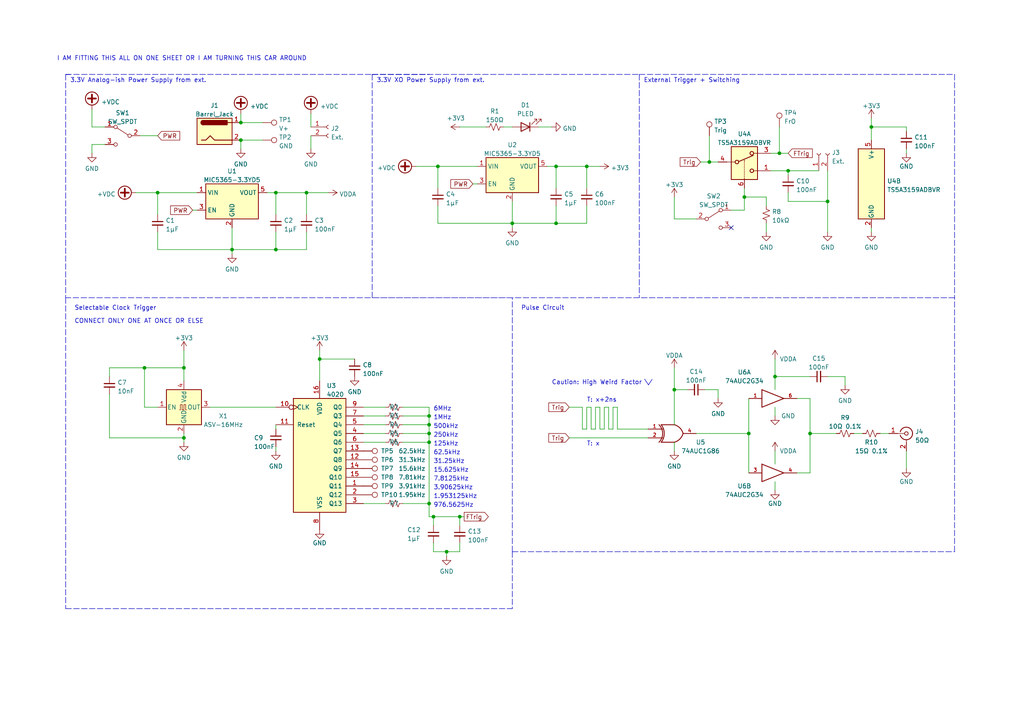
<source format=kicad_sch>
(kicad_sch (version 20211123) (generator eeschema)
  (paper "A4")
  (title_block (title "Peregrine - Fast Pulse Generator") (date "2022-05-29") (rev "3") (company "QuarterWave Engineering") (comment 1 "Days since last bite: 5") (comment 3 "(I don't bite. Usually. Don't be afraid to reach out.)") (comment 4 "[Designed with <3 in San Diego - Licensed under MIT License]"))
  (lib_symbols
    (symbol "4xxx:4020" (pin_names (offset 1.016))
      (property "Reference" "U" (at -7.62 16.51 0))
      (property "Value" "4020" (at -7.62 -19.05 0))
      (symbol "4020_1_0"
        (pin output line (at 12.7 -10.16 180) (length 5.08) (name "Q11") (number "1"))
        (pin input inverted_clock (at -12.7 12.7 0) (length 5.08) (name "CLK") (number "10"))
        (pin input line (at -12.7 7.62 0) (length 5.08) (name "Reset") (number "11"))
        (pin output line (at 12.7 -2.54 180) (length 5.08) (name "Q8") (number "12"))
        (pin output line (at 12.7 0 180) (length 5.08) (name "Q7") (number "13"))
        (pin output line (at 12.7 -5.08 180) (length 5.08) (name "Q9") (number "14"))
        (pin output line (at 12.7 -7.62 180) (length 5.08) (name "Q10") (number "15"))
        (pin power_in line (at 0 20.32 270) (length 5.08) (name "VDD") (number "16"))
        (pin output line (at 12.7 -12.7 180) (length 5.08) (name "Q12") (number "2"))
        (pin output line (at 12.7 -15.24 180) (length 5.08) (name "Q13") (number "3"))
        (pin output line (at 12.7 5.08 180) (length 5.08) (name "Q5") (number "4"))
        (pin output line (at 12.7 7.62 180) (length 5.08) (name "Q4") (number "5"))
        (pin output line (at 12.7 2.54 180) (length 5.08) (name "Q6") (number "6"))
        (pin output line (at 12.7 10.16 180) (length 5.08) (name "Q3") (number "7"))
        (pin power_in line (at 0 -22.86 90) (length 5.08) (name "VSS") (number "8"))
        (pin output line (at 12.7 12.7 180) (length 5.08) (name "Q0") (number "9"))
      )
      (symbol "4020_1_1"
        (rectangle (start -7.62 15.24) (end 7.62 -17.78) (stroke (width 0.254)) (fill (type background)))
      )
    )
    (symbol "74xGxx:74AUC1G86" (pin_names (offset 1.016))
      (property "Reference" "U" (at -2.54 3.81 0))
      (property "Value" "74AUC1G86" (at 0 -3.81 0))
      (symbol "74AUC1G86_0_1"
        (arc (start -4.445 -2.54) (mid -3.3929 0) (end -4.445 2.54) (stroke (width 0.254)))
        (arc (start -3.81 -2.54) (mid -2.919 0) (end -3.81 2.54) (stroke (width 0.254)))
        (arc (start 0 -2.54) (mid 1.601 -1.601) (end 2.54 0) (stroke (width 0.254)))
        (polyline (pts (xy -3.81 -1.27) (xy -3.175 -1.27)))
        (polyline (pts (xy -3.81 1.27) (xy -3.175 1.27)))
        (polyline (pts (xy 0 -2.54) (xy -3.81 -2.54)) (stroke (width 0.254)) (fill (type background)))
        (polyline (pts (xy 0 2.54) (xy -3.81 2.54)) (stroke (width 0.254)) (fill (type background)))
        (arc (start 2.54 0) (mid 1.6136 1.6136) (end 0 2.54) (stroke (width 0.254)))
      )
      (symbol "74AUC1G86_1_1"
        (pin input line (at -7.62 1.27 0) (length 3.81) (name "~") (number "1"))
        (pin input line (at -7.62 -1.27 0) (length 3.81) (name "~") (number "2"))
        (pin power_in line (at 0 -2.54 270) (length 0) hide (name "GND") (number "3"))
        (pin output line (at 6.35 0 180) (length 3.81) (name "~") (number "4"))
        (pin power_in line (at 0 2.54 90) (length 0) hide (name "VCC") (number "5"))
      )
    )
    (symbol "74xGxx:74AUC2G34" (pin_names (offset 1.016))
      (property "Reference" "U" (at -2.54 3.81 0))
      (property "Value" "74AUC2G34" (at 0 -3.81 0))
      (symbol "74AUC2G34_0_1"
        (polyline (pts (xy -3.81 2.54) (xy -3.81 -2.54) (xy 2.54 0) (xy -3.81 2.54)) (stroke (width 0.254)))
        (pin power_in line (at 0 -2.54 270) (length 0) hide (name "GND") (number "2"))
        (pin power_in line (at 0 2.54 90) (length 0) hide (name "VCC") (number "5"))
      )
      (symbol "74AUC2G34_1_1"
        (pin input line (at -7.62 0 0) (length 3.81) (name "~") (number "1"))
        (pin output line (at 6.35 0 180) (length 3.81) (name "~") (number "6"))
      )
      (symbol "74AUC2G34_2_1"
        (pin input line (at -7.62 0 0) (length 3.81) (name "~") (number "3"))
        (pin output line (at 6.35 0 180) (length 3.81) (name "~") (number "4"))
      )
    )
    (symbol "Analog_Switch:TS5A3159ADBVR" (pin_names (offset 0.127))
      (property "Reference" "U" (at -3.175 4.699 0))
      (property "Value" "TS5A3159ADBVR" (at -3.175 2.921 0))
      (symbol "TS5A3159ADBVR_1_1"
        (rectangle (start -3.81 1.905) (end 3.81 -7.62) (stroke (width 0.254)) (fill (type background)))
        (circle (center -2.159 -2.54) (radius 0.508) (stroke (width 0.254)))
        (polyline (pts (xy -5.08 -2.54) (xy -2.794 -2.54)))
        (polyline (pts (xy -1.651 -2.413) (xy 2.54 -0.635)) (stroke (width 0.254)))
        (polyline (pts (xy 0 -7.62) (xy 0 -7.112)))
        (polyline (pts (xy 0 -6.858) (xy 0 -6.604)))
        (polyline (pts (xy 0 -6.35) (xy 0 -6.096)))
        (polyline (pts (xy 0 -5.842) (xy 0 -5.588)))
        (polyline (pts (xy 0 -5.334) (xy 0 -5.08)))
        (polyline (pts (xy 0 -4.826) (xy 0 -4.572)))
        (polyline (pts (xy 0 -4.318) (xy 0 -4.064)))
        (polyline (pts (xy 0 -3.81) (xy 0 -3.556)))
        (polyline (pts (xy 0 -3.302) (xy 0 -3.048)))
        (polyline (pts (xy 0 -2.794) (xy 0 -2.54)))
        (polyline (pts (xy 0 -2.286) (xy 0 -2.032)))
        (polyline (pts (xy 0 -2.286) (xy 0 -2.032)))
        (polyline (pts (xy 5.08 -5.08) (xy 2.794 -5.08)))
        (polyline (pts (xy 5.08 0) (xy 2.794 0)))
        (circle (center 2.159 -5.08) (radius 0.508) (stroke (width 0.254)))
        (circle (center 2.159 0) (radius 0.508) (stroke (width 0.254)))
        (pin passive line (at 7.62 -5.08 180) (length 2.54) (name "~") (number "1"))
        (pin passive line (at 7.62 0 180) (length 2.54) (name "~") (number "3"))
        (pin passive line (at -7.62 -2.54 0) (length 2.54) (name "~") (number "4"))
        (pin input line (at 0 -10.16 90) (length 2.54) (name "~") (number "6"))
      )
      (symbol "TS5A3159ADBVR_2_0"
        (pin power_in line (at 0 -12.7 90) (length 2.54) (name "GND") (number "2"))
        (pin power_in line (at 0 12.7 270) (length 2.54) (name "V+") (number "5"))
      )
      (symbol "TS5A3159ADBVR_2_1"
        (rectangle (start -3.81 10.16) (end 3.81 -10.16) (stroke (width 0.254)) (fill (type background)))
      )
    )
    (symbol "Connector:Barrel_Jack" (pin_names (offset 1.016))
      (property "Reference" "J" (at 0 5.334 0))
      (property "Value" "Barrel_Jack" (at 0 -5.08 0))
      (symbol "Barrel_Jack_0_1"
        (rectangle (start -5.08 3.81) (end 5.08 -3.81) (stroke (width 0.254)) (fill (type background)))
        (arc (start -3.302 3.175) (mid -3.937 2.54) (end -3.302 1.905) (stroke (width 0.254)))
        (arc (start -3.302 3.175) (mid -3.937 2.54) (end -3.302 1.905) (stroke (width 0.254)) (fill (type outline)))
        (polyline (pts (xy 5.08 2.54) (xy 3.81 2.54)) (stroke (width 0.254)))
        (polyline (pts (xy -3.81 -2.54) (xy -2.54 -2.54) (xy -1.27 -1.27) (xy 0 -2.54) (xy 2.54 -2.54) (xy 5.08 -2.54)) (stroke (width 0.254)))
        (rectangle (start 3.683 3.175) (end -3.302 1.905) (stroke (width 0.254)) (fill (type outline)))
      )
      (symbol "Barrel_Jack_1_1"
        (pin passive line (at 7.62 2.54 180) (length 2.54) (name "~") (number "1"))
        (pin passive line (at 7.62 -2.54 180) (length 2.54) (name "~") (number "2"))
      )
    )
    (symbol "Connector:Conn_01x02_Female" (pin_names (offset 1.016) hide)
      (property "Reference" "J" (at 0 2.54 0))
      (property "Value" "Conn_01x02_Female" (at 0 -5.08 0))
      (symbol "Conn_01x02_Female_1_1"
        (arc (start 0 -2.032) (mid -0.508 -2.54) (end 0 -3.048) (stroke (width 0.1524)))
        (polyline (pts (xy -1.27 -2.54) (xy -0.508 -2.54)) (stroke (width 0.1524)))
        (polyline (pts (xy -1.27 0) (xy -0.508 0)) (stroke (width 0.1524)))
        (arc (start 0 0.508) (mid -0.508 0) (end 0 -0.508) (stroke (width 0.1524)))
        (pin passive line (at -5.08 0 0) (length 3.81) (name "Pin_1") (number "1"))
        (pin passive line (at -5.08 -2.54 0) (length 3.81) (name "Pin_2") (number "2"))
      )
    )
    (symbol "Connector:Conn_Coaxial" (pin_names (offset 1.016) hide)
      (property "Reference" "J" (at 0.254 3.048 0))
      (property "Value" "Conn_Coaxial" (at 2.921 0 90))
      (symbol "Conn_Coaxial_0_1"
        (arc (start -1.778 -0.508) (mid 0.222 -1.808) (end 1.778 0) (stroke (width 0.254)))
        (polyline (pts (xy -2.54 0) (xy -0.508 0)))
        (polyline (pts (xy 0 -2.54) (xy 0 -1.778)))
        (circle (center 0 0) (radius 0.508) (stroke (width 0.2032)))
        (arc (start 1.778 0) (mid 0.222 1.8083) (end -1.778 0.508) (stroke (width 0.254)))
      )
      (symbol "Conn_Coaxial_1_1"
        (pin passive line (at -5.08 0 0) (length 2.54) (name "In") (number "1"))
        (pin passive line (at 0 -5.08 90) (length 2.54) (name "Ext") (number "2"))
      )
    )
    (symbol "Connector:TestPoint" (pin_numbers hide) (pin_names (offset 0.762) hide)
      (property "Reference" "TP" (at 0 6.858 0))
      (property "Value" "TestPoint" (at 0 5.08 0))
      (symbol "TestPoint_0_1"
        (circle (center 0 3.302) (radius 0.762))
      )
      (symbol "TestPoint_1_1"
        (pin passive line (at 0 0 90) (length 2.54) (name "1") (number "1"))
      )
    )
    (symbol "Device:C_Small" (pin_numbers hide) (pin_names (offset 0.254) hide)
      (property "Reference" "C" (at 0.254 1.778 0))
      (property "Value" "C_Small" (at 0.254 -2.032 0))
      (symbol "C_Small_0_1"
        (polyline (pts (xy -1.524 -0.508) (xy 1.524 -0.508)) (stroke (width 0.3302)))
        (polyline (pts (xy -1.524 0.508) (xy 1.524 0.508)) (stroke (width 0.3048)))
      )
      (symbol "C_Small_1_1"
        (pin passive line (at 0 2.54 270) (length 2.032) (name "~") (number "1"))
        (pin passive line (at 0 -2.54 90) (length 2.032) (name "~") (number "2"))
      )
    )
    (symbol "Device:LED" (pin_numbers hide) (pin_names (offset 1.016) hide)
      (property "Reference" "D" (at 0 2.54 0))
      (property "Value" "LED" (at 0 -2.54 0))
      (symbol "LED_0_1"
        (polyline (pts (xy -1.27 -1.27) (xy -1.27 1.27)) (stroke (width 0.254)))
        (polyline (pts (xy -1.27 0) (xy 1.27 0)))
        (polyline (pts (xy 1.27 -1.27) (xy 1.27 1.27) (xy -1.27 0) (xy 1.27 -1.27)) (stroke (width 0.254)))
        (polyline (pts (xy -3.048 -0.762) (xy -4.572 -2.286) (xy -3.81 -2.286) (xy -4.572 -2.286) (xy -4.572 -1.524)))
        (polyline (pts (xy -1.778 -0.762) (xy -3.302 -2.286) (xy -2.54 -2.286) (xy -3.302 -2.286) (xy -3.302 -1.524)))
      )
      (symbol "LED_1_1"
        (pin passive line (at -3.81 0 0) (length 2.54) (name "K") (number "1"))
        (pin passive line (at 3.81 0 180) (length 2.54) (name "A") (number "2"))
      )
    )
    (symbol "Device:R_Small_US" (pin_numbers hide) (pin_names (offset 0.254) hide)
      (property "Reference" "R" (at 0.762 0.508 0))
      (property "Value" "R_Small_US" (at 0.762 -1.016 0))
      (symbol "R_Small_US_1_1"
        (polyline (pts (xy 0 0) (xy 1.016 -0.381) (xy 0 -0.762) (xy -1.016 -1.143) (xy 0 -1.524)))
        (polyline (pts (xy 0 1.524) (xy 1.016 1.143) (xy 0 0.762) (xy -1.016 0.381) (xy 0 0)))
        (pin passive line (at 0 2.54 270) (length 1.016) (name "~") (number "1"))
        (pin passive line (at 0 -2.54 90) (length 1.016) (name "~") (number "2"))
      )
    )
    (symbol "Oscillator:ASV-xxxMHz" (pin_names (offset 0.254))
      (property "Reference" "X" (at -5.08 6.35 0))
      (property "Value" "ASV-xxxMHz" (at 1.27 -6.35 0))
      (symbol "ASV-xxxMHz_0_1"
        (rectangle (start -5.08 5.08) (end 5.08 -5.08) (stroke (width 0.254)) (fill (type background)))
        (polyline (pts (xy -1.27 -0.762) (xy -1.016 -0.762) (xy -1.016 0.762) (xy -0.508 0.762) (xy -0.508 -0.762) (xy 0 -0.762) (xy 0 0.762) (xy 0.508 0.762) (xy 0.508 -0.762) (xy 0.762 -0.762)))
      )
      (symbol "ASV-xxxMHz_1_1"
        (pin input line (at -7.62 0 0) (length 2.54) (name "EN") (number "1"))
        (pin power_in line (at 0 -7.62 90) (length 2.54) (name "GND") (number "2"))
        (pin output line (at 7.62 0 180) (length 2.54) (name "OUT") (number "3"))
        (pin power_in line (at 0 7.62 270) (length 2.54) (name "Vdd") (number "4"))
      )
    )
    (symbol "Regulator_Linear:MIC5365-3.3YD5"
      (property "Reference" "U" (at -7.62 6.35 0))
      (property "Value" "MIC5365-3.3YD5" (at 0 6.35 0))
      (symbol "MIC5365-3.3YD5_0_1"
        (rectangle (start -7.62 -5.08) (end 7.62 5.08) (stroke (width 0.254)) (fill (type background)))
      )
      (symbol "MIC5365-3.3YD5_1_1"
        (pin power_in line (at -10.16 2.54 0) (length 2.54) (name "VIN") (number "1"))
        (pin power_in line (at 0 -7.62 90) (length 2.54) (name "GND") (number "2"))
        (pin input line (at -10.16 -2.54 0) (length 2.54) (name "EN") (number "3"))
        (pin no_connect line (at 7.62 -2.54 180) (length 2.54) hide (name "NC") (number "4"))
        (pin power_out line (at 10.16 2.54 180) (length 2.54) (name "VOUT") (number "5"))
      )
    )
    (symbol "Switch:SW_SPDT" (pin_names (offset 0) hide)
      (property "Reference" "SW" (at 0 4.318 0))
      (property "Value" "SW_SPDT" (at 0 -5.08 0))
      (symbol "SW_SPDT_0_0"
        (circle (center -2.032 0) (radius 0.508))
        (circle (center 2.032 -2.54) (radius 0.508))
      )
      (symbol "SW_SPDT_0_1"
        (polyline (pts (xy -1.524 0.254) (xy 1.651 2.286)))
        (circle (center 2.032 2.54) (radius 0.508))
      )
      (symbol "SW_SPDT_1_1"
        (pin passive line (at 5.08 2.54 180) (length 2.54) (name "A") (number "1"))
        (pin passive line (at -5.08 0 0) (length 2.54) (name "B") (number "2"))
        (pin passive line (at 5.08 -2.54 180) (length 2.54) (name "C") (number "3"))
      )
    )
    (symbol "power:+3.3V" (power) (pin_names (offset 0))
      (property "Value" "+3.3V" (at 0 3.556 0))
      (symbol "+3.3V_0_1"
        (polyline (pts (xy -0.762 1.27) (xy 0 2.54)))
        (polyline (pts (xy 0 0) (xy 0 2.54)))
        (polyline (pts (xy 0 2.54) (xy 0.762 1.27)))
      )
      (symbol "+3.3V_1_1"
        (pin power_in line (at 0 0 90) (length 0) hide (name "+3V3") (number "1"))
      )
    )
    (symbol "power:+VDC" (power) (pin_names (offset 0))
      (property "Value" "+VDC" (at 0 6.35 0))
      (symbol "+VDC_0_1"
        (polyline (pts (xy -1.143 3.175) (xy 1.143 3.175)) (stroke (width 0.508)))
        (polyline (pts (xy 0 0) (xy 0 1.27)))
        (polyline (pts (xy 0 2.032) (xy 0 4.318)) (stroke (width 0.508)))
        (circle (center 0 3.175) (radius 1.905) (stroke (width 0.254)))
      )
      (symbol "+VDC_1_1"
        (pin power_in line (at 0 0 90) (length 0) hide (name "+VDC") (number "1"))
      )
    )
    (symbol "power:GND" (power) (pin_names (offset 0))
      (property "Value" "GND" (at 0 -3.81 0))
      (symbol "GND_0_1"
        (polyline (pts (xy 0 0) (xy 0 -1.27) (xy 1.27 -1.27) (xy 0 -2.54) (xy -1.27 -1.27) (xy 0 -1.27)))
      )
      (symbol "GND_1_1"
        (pin power_in line (at 0 0 270) (length 0) hide (name "GND") (number "1"))
      )
    )
    (symbol "power:VDDA" (power) (pin_names (offset 0))
      (property "Value" "VDDA" (at 0 3.81 0))
      (symbol "VDDA_0_1"
        (polyline (pts (xy -0.762 1.27) (xy 0 2.54)))
        (polyline (pts (xy 0 0) (xy 0 2.54)))
        (polyline (pts (xy 0 2.54) (xy 0.762 1.27)))
      )
      (symbol "VDDA_1_1"
        (pin power_in line (at 0 0 90) (length 0) hide (name "VDDA") (number "1"))
      )
    )
  )
  (junction (at 234.95 125.73))
  (junction (at 41.91 106.68))
  (junction (at 69.85 40.64))
  (junction (at 205.74 46.99))
  (junction (at 124.46 128.27))
  (junction (at 92.71 104.14))
  (junction (at 69.85 35.56))
  (junction (at 224.79 109.22))
  (junction (at 226.06 44.45))
  (junction (at 80.01 72.39))
  (junction (at 124.46 120.65))
  (junction (at 148.59 64.77))
  (junction (at 125.73 149.86))
  (junction (at 88.9 55.88))
  (junction (at 217.17 125.73))
  (junction (at 124.46 146.05))
  (junction (at 195.58 113.03))
  (junction (at 161.29 48.26))
  (junction (at 133.35 149.86))
  (junction (at 124.46 125.73))
  (junction (at 80.01 55.88))
  (junction (at 124.46 123.19))
  (junction (at 53.34 127))
  (junction (at 228.6 49.53))
  (junction (at 240.03 58.42))
  (junction (at 45.72 55.88))
  (junction (at 170.18 48.26))
  (junction (at 53.34 106.68))
  (junction (at 129.54 160.02))
  (junction (at 67.31 72.39))
  (junction (at 215.9 57.15))
  (junction (at 252.73 36.83))
  (junction (at 127 48.26))
  (junction (at 161.29 64.77))
  (no_connect (at 212.09 66.04))
  (polyline (pts (xy 19.05 21.59) (xy 20.32 21.59)))
  (wire (pts (xy 116.84 123.19) (xy 124.46 123.19)))
  (wire (pts (xy 31.75 114.3) (xy 31.75 127)))
  (polyline (pts (xy 19.05 86.36) (xy 19.05 176.53)))
  (wire (pts (xy 148.59 64.77) (xy 161.29 64.77)))
  (polyline (pts (xy 148.59 160.02) (xy 148.59 176.53)))
  (wire (pts (xy 234.95 125.73) (xy 242.57 125.73)))
  (wire (pts (xy 176.53 118.11) (xy 176.53 124.46)))
  (wire (pts (xy 124.46 123.19) (xy 124.46 125.73)))
  (wire (pts (xy 26.67 36.83) (xy 26.67 31.75)))
  (wire (pts (xy 125.73 149.86) (xy 133.35 149.86)))
  (wire (pts (xy 195.58 128.27) (xy 195.58 130.81)))
  (wire (pts (xy 170.18 59.69) (xy 170.18 64.77)))
  (wire (pts (xy 80.01 129.54) (xy 80.01 130.81)))
  (wire (pts (xy 161.29 59.69) (xy 161.29 64.77)))
  (wire (pts (xy 252.73 36.83) (xy 252.73 40.64)))
  (wire (pts (xy 224.79 109.22) (xy 234.95 109.22)))
  (wire (pts (xy 231.14 137.16) (xy 234.95 137.16)))
  (wire (pts (xy 168.91 118.11) (xy 168.91 124.46)))
  (wire (pts (xy 234.95 115.57) (xy 234.95 125.73)))
  (wire (pts (xy 228.6 50.8) (xy 228.6 49.53)))
  (polyline (pts (xy 107.95 86.36) (xy 107.95 72.39)))
  (wire (pts (xy 69.85 40.64) (xy 69.85 43.18)))
  (wire (pts (xy 240.03 49.53) (xy 240.03 58.42)))
  (wire (pts (xy 252.73 66.04) (xy 252.73 67.31)))
  (wire (pts (xy 31.75 106.68) (xy 31.75 109.22)))
  (wire (pts (xy 195.58 57.15) (xy 195.58 63.5)))
  (wire (pts (xy 240.03 58.42) (xy 240.03 67.31)))
  (wire (pts (xy 30.48 36.83) (xy 26.67 36.83)))
  (wire (pts (xy 203.2 46.99) (xy 205.74 46.99)))
  (wire (pts (xy 53.34 128.27) (xy 53.34 127)))
  (wire (pts (xy 55.88 60.96) (xy 57.15 60.96)))
  (polyline (pts (xy 276.86 21.59) (xy 276.86 86.36)))
  (wire (pts (xy 228.6 44.45) (xy 226.06 44.45)))
  (wire (pts (xy 41.91 118.11) (xy 41.91 106.68)))
  (wire (pts (xy 80.01 123.19) (xy 80.01 124.46)))
  (wire (pts (xy 173.99 118.11) (xy 173.99 124.46)))
  (wire (pts (xy 228.6 55.88) (xy 228.6 58.42)))
  (wire (pts (xy 177.8 124.46) (xy 177.8 118.11)))
  (wire (pts (xy 205.74 46.99) (xy 208.28 46.99)))
  (wire (pts (xy 127 64.77) (xy 148.59 64.77)))
  (wire (pts (xy 45.72 72.39) (xy 67.31 72.39)))
  (wire (pts (xy 148.59 58.42) (xy 148.59 64.77)))
  (wire (pts (xy 176.53 124.46) (xy 177.8 124.46)))
  (wire (pts (xy 252.73 34.29) (xy 252.73 36.83)))
  (wire (pts (xy 247.65 125.73) (xy 250.19 125.73)))
  (wire (pts (xy 201.93 125.73) (xy 217.17 125.73)))
  (wire (pts (xy 195.58 113.03) (xy 195.58 123.19)))
  (polyline (pts (xy 19.05 21.59) (xy 107.95 21.59)))
  (wire (pts (xy 69.85 40.64) (xy 76.2 40.64)))
  (wire (pts (xy 171.45 118.11) (xy 171.45 124.46)))
  (wire (pts (xy 170.18 118.11) (xy 171.45 118.11)))
  (wire (pts (xy 90.17 33.02) (xy 90.17 36.83)))
  (wire (pts (xy 133.35 160.02) (xy 133.35 157.48)))
  (wire (pts (xy 215.9 54.61) (xy 215.9 57.15)))
  (wire (pts (xy 129.54 160.02) (xy 133.35 160.02)))
  (wire (pts (xy 111.76 128.27) (xy 105.41 128.27)))
  (wire (pts (xy 156.21 36.83) (xy 160.02 36.83)))
  (wire (pts (xy 224.79 130.81) (xy 224.79 134.62)))
  (wire (pts (xy 45.72 67.31) (xy 45.72 72.39)))
  (wire (pts (xy 172.72 118.11) (xy 173.99 118.11)))
  (wire (pts (xy 179.07 118.11) (xy 179.07 124.46)))
  (wire (pts (xy 67.31 66.04) (xy 67.31 72.39)))
  (wire (pts (xy 172.72 124.46) (xy 172.72 118.11)))
  (wire (pts (xy 195.58 113.03) (xy 199.39 113.03)))
  (wire (pts (xy 53.34 127) (xy 53.34 125.73)))
  (wire (pts (xy 177.8 118.11) (xy 179.07 118.11)))
  (wire (pts (xy 53.34 101.6) (xy 53.34 106.68)))
  (wire (pts (xy 111.76 118.11) (xy 105.41 118.11)))
  (wire (pts (xy 161.29 48.26) (xy 161.29 54.61)))
  (wire (pts (xy 215.9 57.15) (xy 222.25 57.15)))
  (wire (pts (xy 201.93 63.5) (xy 195.58 63.5)))
  (wire (pts (xy 224.79 113.03) (xy 224.79 109.22)))
  (wire (pts (xy 125.73 152.4) (xy 125.73 149.86)))
  (polyline (pts (xy 185.42 21.59) (xy 276.86 21.59)))
  (wire (pts (xy 125.73 149.86) (xy 124.46 149.86)))
  (wire (pts (xy 222.25 64.77) (xy 222.25 67.31)))
  (wire (pts (xy 217.17 125.73) (xy 217.17 137.16)))
  (wire (pts (xy 224.79 109.22) (xy 224.79 104.14)))
  (polyline (pts (xy 148.59 86.36) (xy 19.05 86.36)))
  (polyline (pts (xy 107.95 21.59) (xy 107.95 72.39)))
  (wire (pts (xy 45.72 55.88) (xy 57.15 55.88)))
  (wire (pts (xy 116.84 125.73) (xy 124.46 125.73)))
  (wire (pts (xy 217.17 125.73) (xy 217.17 115.57)))
  (wire (pts (xy 124.46 118.11) (xy 124.46 120.65)))
  (wire (pts (xy 148.59 66.04) (xy 148.59 64.77)))
  (wire (pts (xy 175.26 124.46) (xy 175.26 118.11)))
  (wire (pts (xy 205.74 39.37) (xy 205.74 46.99)))
  (wire (pts (xy 165.1 127) (xy 187.96 127)))
  (wire (pts (xy 116.84 146.05) (xy 124.46 146.05)))
  (wire (pts (xy 80.01 62.23) (xy 80.01 55.88)))
  (wire (pts (xy 124.46 125.73) (xy 124.46 128.27)))
  (wire (pts (xy 116.84 128.27) (xy 124.46 128.27)))
  (wire (pts (xy 53.34 106.68) (xy 53.34 110.49)))
  (wire (pts (xy 127 59.69) (xy 127 64.77)))
  (wire (pts (xy 124.46 120.65) (xy 124.46 123.19)))
  (wire (pts (xy 77.47 55.88) (xy 80.01 55.88)))
  (wire (pts (xy 234.95 125.73) (xy 234.95 137.16)))
  (wire (pts (xy 171.45 124.46) (xy 172.72 124.46)))
  (wire (pts (xy 173.99 124.46) (xy 175.26 124.46)))
  (wire (pts (xy 41.91 106.68) (xy 53.34 106.68)))
  (wire (pts (xy 224.79 118.11) (xy 224.79 120.65)))
  (wire (pts (xy 69.85 33.02) (xy 69.85 35.56)))
  (wire (pts (xy 92.71 104.14) (xy 92.71 110.49)))
  (wire (pts (xy 195.58 106.68) (xy 195.58 113.03)))
  (wire (pts (xy 168.91 124.46) (xy 170.18 124.46)))
  (wire (pts (xy 116.84 120.65) (xy 124.46 120.65)))
  (wire (pts (xy 88.9 62.23) (xy 88.9 55.88)))
  (polyline (pts (xy 148.59 160.02) (xy 148.59 86.36)))
  (wire (pts (xy 67.31 72.39) (xy 80.01 72.39)))
  (wire (pts (xy 127 54.61) (xy 127 48.26)))
  (wire (pts (xy 212.09 60.96) (xy 215.9 60.96)))
  (polyline (pts (xy 19.05 176.53) (xy 148.59 176.53)))
  (wire (pts (xy 88.9 55.88) (xy 95.25 55.88)))
  (wire (pts (xy 125.73 160.02) (xy 129.54 160.02)))
  (wire (pts (xy 262.89 38.1) (xy 262.89 36.83)))
  (wire (pts (xy 26.67 41.91) (xy 26.67 44.45)))
  (wire (pts (xy 224.79 139.7) (xy 224.79 142.24)))
  (wire (pts (xy 111.76 120.65) (xy 105.41 120.65)))
  (wire (pts (xy 175.26 118.11) (xy 176.53 118.11)))
  (wire (pts (xy 228.6 58.42) (xy 240.03 58.42)))
  (polyline (pts (xy 276.86 86.36) (xy 185.42 86.36)))
  (wire (pts (xy 30.48 41.91) (xy 26.67 41.91)))
  (wire (pts (xy 204.47 113.03) (xy 208.28 113.03)))
  (wire (pts (xy 60.96 118.11) (xy 80.01 118.11)))
  (wire (pts (xy 80.01 72.39) (xy 88.9 72.39)))
  (wire (pts (xy 245.11 109.22) (xy 245.11 111.76)))
  (wire (pts (xy 111.76 125.73) (xy 105.41 125.73)))
  (wire (pts (xy 116.84 118.11) (xy 124.46 118.11)))
  (wire (pts (xy 31.75 106.68) (xy 41.91 106.68)))
  (wire (pts (xy 165.1 118.11) (xy 168.91 118.11)))
  (wire (pts (xy 67.31 73.66) (xy 67.31 72.39)))
  (wire (pts (xy 137.16 53.34) (xy 138.43 53.34)))
  (wire (pts (xy 161.29 64.77) (xy 170.18 64.77)))
  (wire (pts (xy 92.71 104.14) (xy 102.87 104.14)))
  (wire (pts (xy 120.65 48.26) (xy 127 48.26)))
  (wire (pts (xy 252.73 36.83) (xy 262.89 36.83)))
  (wire (pts (xy 146.05 36.83) (xy 148.59 36.83)))
  (wire (pts (xy 234.95 115.57) (xy 231.14 115.57)))
  (wire (pts (xy 223.52 49.53) (xy 228.6 49.53)))
  (polyline (pts (xy 19.05 21.59) (xy 19.05 86.36)))
  (wire (pts (xy 80.01 67.31) (xy 80.01 72.39)))
  (wire (pts (xy 133.35 149.86) (xy 134.62 149.86)))
  (wire (pts (xy 111.76 146.05) (xy 105.41 146.05)))
  (wire (pts (xy 226.06 36.83) (xy 226.06 44.45)))
  (wire (pts (xy 111.76 123.19) (xy 105.41 123.19)))
  (polyline (pts (xy 185.42 21.59) (xy 185.42 86.36)))
  (wire (pts (xy 170.18 48.26) (xy 173.99 48.26)))
  (wire (pts (xy 45.72 39.37) (xy 40.64 39.37)))
  (wire (pts (xy 255.27 125.73) (xy 257.81 125.73)))
  (wire (pts (xy 124.46 128.27) (xy 124.46 146.05)))
  (polyline (pts (xy 107.95 21.59) (xy 185.42 21.59)))
  (wire (pts (xy 69.85 35.56) (xy 76.2 35.56)))
  (wire (pts (xy 158.75 48.26) (xy 161.29 48.26)))
  (wire (pts (xy 262.89 44.45) (xy 262.89 43.18)))
  (wire (pts (xy 133.35 149.86) (xy 133.35 152.4)))
  (polyline (pts (xy 148.59 160.02) (xy 276.86 160.02)))
  (wire (pts (xy 133.35 36.83) (xy 140.97 36.83)))
  (wire (pts (xy 80.01 55.88) (xy 88.9 55.88)))
  (wire (pts (xy 215.9 60.96) (xy 215.9 57.15)))
  (polyline (pts (xy 276.86 86.36) (xy 107.95 86.36)))
  (wire (pts (xy 226.06 44.45) (xy 223.52 44.45)))
  (wire (pts (xy 228.6 49.53) (xy 237.49 49.53)))
  (polyline (pts (xy 107.95 21.59) (xy 124.46 21.59)))
  (wire (pts (xy 222.25 57.15) (xy 222.25 59.69)))
  (wire (pts (xy 124.46 149.86) (xy 124.46 146.05)))
  (wire (pts (xy 88.9 67.31) (xy 88.9 72.39)))
  (wire (pts (xy 262.89 135.89) (xy 262.89 130.81)))
  (wire (pts (xy 31.75 127) (xy 53.34 127)))
  (wire (pts (xy 39.37 55.88) (xy 45.72 55.88)))
  (wire (pts (xy 45.72 62.23) (xy 45.72 55.88)))
  (wire (pts (xy 161.29 48.26) (xy 170.18 48.26)))
  (wire (pts (xy 45.72 118.11) (xy 41.91 118.11)))
  (wire (pts (xy 208.28 113.03) (xy 208.28 115.57)))
  (wire (pts (xy 90.17 39.37) (xy 90.17 43.18)))
  (wire (pts (xy 125.73 160.02) (xy 125.73 157.48)))
  (wire (pts (xy 170.18 54.61) (xy 170.18 48.26)))
  (polyline (pts (xy 276.86 160.02) (xy 276.86 86.36)))
  (wire (pts (xy 240.03 109.22) (xy 245.11 109.22)))
  (wire (pts (xy 179.07 124.46) (xy 187.96 124.46)))
  (wire (pts (xy 129.54 160.02) (xy 129.54 161.29)))
  (wire (pts (xy 127 48.26) (xy 138.43 48.26)))
  (wire (pts (xy 170.18 124.46) (xy 170.18 118.11)))
  (wire (pts (xy 92.71 101.6) (xy 92.71 104.14)))
  (text "62.5kHz" (at 125.73 132.08 0) (effects (font (size 1.27 1.27)) (justify left bottom)))
  (text "125kHz" (at 125.73 129.54 0) (effects (font (size 1.27 1.27)) (justify left bottom)))
  (text "1.953125kHz" (at 125.73 144.78 0) (effects (font (size 1.27 1.27)) (justify left bottom)))
  (text "3.90625kHz" (at 125.73 142.24 0) (effects (font (size 1.27 1.27)) (justify left bottom)))
  (text "976.5625Hz" (at 125.73 147.32 0) (effects (font (size 1.27 1.27)) (justify left bottom)))
  (text "7.8125kHz" (at 125.73 139.7 0) (effects (font (size 1.27 1.27)) (justify left bottom)))
  (text "Pulse Circuit" (at 151.13 90.17 0) (effects (font (size 1.27 1.27)) (justify left bottom)))
  (text "T: x" (at 170.18 129.54 0) (effects (font (size 1.27 1.27)) (justify left bottom)))
  (text "6MHz" (at 125.73 119.38 0) (effects (font (size 1.27 1.27)) (justify left bottom)))
  (text "3.3V Analog-ish Power Supply from ext." (at 20.32 24.13 0) (effects (font (size 1.27 1.27)) (justify left bottom)))
  (text "External Trigger + Switching" (at 186.69 24.13 0) (effects (font (size 1.27 1.27)) (justify left bottom)))
  (text "I AM FITTING THIS ALL ON ONE SHEET OR I AM TURNING THIS CAR AROUND" (at 16.51 17.78 0) (effects (font (size 1.27 1.27)) (justify left bottom)))
  (text "Selectable Clock Trigger" (at 21.59 90.17 0) (effects (font (size 1.27 1.27)) (justify left bottom)))
  (text "500kHz" (at 125.73 124.46 0) (effects (font (size 1.27 1.27)) (justify left bottom)))
  (text "Caution: High Weird Factor \\/" (at 160.02 111.76 0) (effects (font (size 1.27 1.27)) (justify left bottom)))
  (text "1MHz" (at 125.73 121.92 0) (effects (font (size 1.27 1.27)) (justify left bottom)))
  (text "31.25kHz" (at 125.73 134.62 0) (effects (font (size 1.27 1.27)) (justify left bottom)))
  (text "3.3V XO Power Supply from ext.\n" (at 109.22 24.13 0) (effects (font (size 1.27 1.27)) (justify left bottom)))
  (text "CONNECT ONLY ONE AT ONCE OR ELSE" (at 21.59 93.98 0) (effects (font (size 1.27 1.27)) (justify left bottom)))
  (text "15.625kHz" (at 125.73 137.16 0) (effects (font (size 1.27 1.27)) (justify left bottom)))
  (text "T: x+2ns" (at 170.18 116.84 0) (effects (font (size 1.27 1.27)) (justify left bottom)))
  (text "250kHz" (at 125.73 127 0) (effects (font (size 1.27 1.27)) (justify left bottom)))
  (global_label "FTrig" (shape output) (at 134.62 149.86 0) (property "Intersheet References" "${INTERSHEET_REFS}" (effects hide)))
  (global_label "PWR" (shape input) (at 55.88 60.96 180) (property "Intersheet References" "${INTERSHEET_REFS}" (effects hide)))
  (global_label "Trig" (shape input) (at 203.2 46.99 180) (property "Intersheet References" "${INTERSHEET_REFS}" (effects hide)))
  (global_label "Trig" (shape input) (at 165.1 118.11 180) (property "Intersheet References" "${INTERSHEET_REFS}" (effects hide)))
  (global_label "PWR" (shape input) (at 137.16 53.34 180) (property "Intersheet References" "${INTERSHEET_REFS}" (effects hide)))
  (global_label "FTrig" (shape input) (at 228.6 44.45 0) (property "Intersheet References" "${INTERSHEET_REFS}" (effects hide)))
  (global_label "PWR" (shape input) (at 45.72 39.37 0) (property "Intersheet References" "${INTERSHEET_REFS}" (effects hide)))
  (global_label "Trig" (shape input) (at 165.1 127 180) (property "Intersheet References" "${INTERSHEET_REFS}" (effects hide)))
  (symbol (lib_id "Device:R_Small_US") (at 245.11 125.73 270) (unit 1)
    (property "Reference" "R9" (at 245.11 121.1412 90))
    (property "Value" "10Ω 0.1%" (at 245.11 123.6781 90))
    (property "Footprint" "Resistor_SMD:R_0603_1608Metric_Pad0.98x0.95mm_HandSolder" (effects hide))
  )
  (symbol (lib_id "Connector:TestPoint") (at 76.2 35.56 270) (unit 1)
    (property "Reference" "TP1" (at 80.899 34.7253 90) (effects (justify left)))
    (property "Value" "V+" (at 80.899 37.2622 90) (effects (justify left)))
    (property "Footprint" "TestPoint:TestPoint_Pad_1.5x1.5mm" (effects hide))
  )
  (symbol (lib_id "Device:C_Small") (at 170.18 57.15 0) (unit 1)
    (property "Reference" "C6" (at 172.5041 56.3216 0) (effects (justify left)))
    (property "Value" "100nF" (at 172.5041 58.8585 0) (effects (justify left)))
    (property "Footprint" "Capacitor_SMD:C_0603_1608Metric_Pad1.08x0.95mm_HandSolder" (effects hide))
  )
  (symbol (lib_id "power:+3.3V") (at 195.58 57.15 0) (unit 1)
    (property "Reference" "#PWR0107" (effects hide))
    (property "Value" "+3.3V" (at 195.58 53.5742 0))
  )
  (symbol (lib_id "Device:R_Small_US") (at 222.25 62.23 0) (unit 1)
    (property "Reference" "R8" (at 223.901 61.3953 0) (effects (justify left)))
    (property "Value" "10kΩ" (at 223.901 63.9322 0) (effects (justify left)))
    (property "Footprint" "Resistor_SMD:R_0603_1608Metric_Pad0.98x0.95mm_HandSolder" (effects hide))
  )
  (symbol (lib_id "power:+3.3V") (at 53.34 101.6 0) (unit 1)
    (property "Reference" "#PWR0120" (effects hide))
    (property "Value" "+3.3V" (at 53.34 98.0242 0))
  )
  (symbol (lib_id "power:+VDC") (at 120.65 48.26 90) (unit 1)
    (property "Reference" "#PWR0129" (effects hide))
    (property "Value" "+VDC" (at 114.808 48.6938 90) (effects (justify left)))
  )
  (symbol (lib_id "74xGxx:74AUC2G34") (at 224.79 115.57 0) (unit 1)
    (property "Reference" "U6" (at 215.9 107.9531 0))
    (property "Value" "74AUC2G34" (at 215.9 110.49 0))
    (property "Footprint" "Package_TO_SOT_SMD:SOT-363_SC-70-6_Handsoldering" (effects hide))
    (property "Datasheet" "http://www.ti.com/lit/sg/scyt129e/scyt129e.pdf" (effects hide))
  )
  (symbol (lib_id "Oscillator:ASV-xxxMHz") (at 53.34 118.11 0) (unit 1)
    (property "Reference" "X1" (at 64.77 120.65 0))
    (property "Value" "ASV-16MHz" (at 64.77 123.19 0))
    (property "Footprint" "Oscillator:Oscillator_SMD_Abracon_ASV-4Pin_7.0x5.1mm" (effects hide))
    (property "Datasheet" "http://www.abracon.com/Oscillators/ASV.pdf" (effects hide))
  )
  (symbol (lib_id "Connector:TestPoint") (at 105.41 135.89 270) (unit 1)
    (property "Reference" "TP7" (at 110.49 135.89 90) (effects (justify left)))
    (property "Value" "15.6kHz" (at 115.57 135.89 90) (effects (justify left)))
    (property "Footprint" "TestPoint:TestPoint_Pad_D1.0mm" (effects hide))
  )
  (symbol (lib_id "Switch:SW_SPDT") (at 35.56 39.37 0) (mirror y) (unit 1)
    (property "Reference" "SW1" (at 35.56 32.7492 0))
    (property "Value" "SW_SPDT" (at 35.56 35.2861 0))
    (property "Footprint" "ul_JS102011SCQN:JS102011SCQN" (effects hide))
  )
  (symbol (lib_id "Connector:TestPoint") (at 105.41 143.51 270) (unit 1)
    (property "Reference" "TP10" (at 110.49 143.51 90) (effects (justify left)))
    (property "Value" "1.95kHz" (at 115.57 143.51 90) (effects (justify left)))
    (property "Footprint" "TestPoint:TestPoint_Pad_D1.0mm" (effects hide))
  )
  (symbol (lib_id "power:GND") (at 102.87 109.22 0) (unit 1)
    (property "Reference" "#PWR0125" (effects hide))
    (property "Value" "GND" (at 102.87 113.6634 0))
  )
  (symbol (lib_id "power:GND") (at 208.28 115.57 0) (unit 1)
    (property "Reference" "#PWR0115" (effects hide))
    (property "Value" "GND" (at 208.28 120.0134 0))
  )
  (symbol (lib_id "Device:R_Small_US") (at 114.3 128.27 270) (unit 1)
    (property "Reference" "R6" (at 114.3 128.27 90))
    (property "Value" "0" (effects hide))
    (property "Footprint" "Resistor_SMD:R_0402_1005Metric_Pad0.72x0.64mm_HandSolder" (effects hide))
  )
  (symbol (lib_id "Device:R_Small_US") (at 114.3 146.05 270) (unit 1)
    (property "Reference" "R7" (at 114.3 146.05 90))
    (property "Value" "0" (effects hide))
    (property "Footprint" "Resistor_SMD:R_0402_1005Metric_Pad0.72x0.64mm_HandSolder" (effects hide))
  )
  (symbol (lib_id "Device:C_Small") (at 125.73 154.94 0) (unit 1)
    (property "Reference" "C12" (at 118.11 153.67 0) (effects (justify left)))
    (property "Value" "1μF" (at 118.11 156.21 0) (effects (justify left)))
    (property "Footprint" "Capacitor_SMD:C_0603_1608Metric_Pad1.08x0.95mm_HandSolder" (effects hide))
  )
  (symbol (lib_id "Regulator_Linear:MIC5365-3.3YD5") (at 148.59 50.8 0) (unit 1)
    (property "Reference" "U2" (at 148.59 42.0202 0))
    (property "Value" "MIC5365-3.3YD5" (at 148.59 44.5571 0))
    (property "Footprint" "Package_TO_SOT_SMD:SOT-23-5_HandSoldering" (effects hide))
    (property "Datasheet" "http://ww1.microchip.com/downloads/en/DeviceDoc/mic5365.pdf" (effects hide))
  )
  (symbol (lib_id "power:GND") (at 92.71 153.67 0) (unit 1)
    (property "Reference" "#PWR0119" (effects hide))
    (property "Value" "GND" (at 92.71 157.48 0))
  )
  (symbol (lib_id "power:GND") (at 129.54 161.29 0) (unit 1)
    (property "Reference" "#PWR0134" (effects hide))
    (property "Value" "GND" (at 129.54 165.7334 0))
  )
  (symbol (lib_id "power:+3.3V") (at 92.71 101.6 0) (unit 1)
    (property "Reference" "#PWR0124" (effects hide))
    (property "Value" "+3.3V" (at 92.71 98.0242 0))
  )
  (symbol (lib_id "power:GND") (at 26.67 44.45 0) (unit 1)
    (property "Reference" "#PWR0132" (effects hide))
    (property "Value" "GND" (at 26.67 48.8934 0))
  )
  (symbol (lib_id "Connector:TestPoint") (at 105.41 138.43 270) (unit 1)
    (property "Reference" "TP8" (at 110.49 138.43 90) (effects (justify left)))
    (property "Value" "7.81kHz" (at 115.57 138.43 90) (effects (justify left)))
    (property "Footprint" "TestPoint:TestPoint_Pad_D1.0mm" (effects hide))
  )
  (symbol (lib_id "Device:C_Small") (at 133.35 154.94 0) (unit 1)
    (property "Reference" "C13" (at 135.6741 154.1116 0) (effects (justify left)))
    (property "Value" "100nF" (at 135.6741 156.6485 0) (effects (justify left)))
    (property "Footprint" "Capacitor_SMD:C_0603_1608Metric_Pad1.08x0.95mm_HandSolder" (effects hide))
  )
  (symbol (lib_id "power:GND") (at 252.73 67.31 0) (unit 1)
    (property "Reference" "#PWR0110" (effects hide))
    (property "Value" "GND" (at 252.73 71.7534 0))
  )
  (symbol (lib_id "power:GND") (at 262.89 135.89 0) (unit 1)
    (property "Reference" "#PWR0113" (effects hide))
    (property "Value" "GND" (at 262.89 139.7 0))
  )
  (symbol (lib_id "power:GND") (at 80.01 130.81 0) (unit 1)
    (property "Reference" "#PWR0123" (effects hide))
    (property "Value" "GND" (at 80.01 135.2534 0))
  )
  (symbol (lib_id "power:+3.3V") (at 252.73 34.29 0) (unit 1)
    (property "Reference" "#PWR0109" (effects hide))
    (property "Value" "+3.3V" (at 252.73 30.7142 0))
  )
  (symbol (lib_id "Device:C_Small") (at 45.72 64.77 0) (unit 1)
    (property "Reference" "C1" (at 48.0441 63.9416 0) (effects (justify left)))
    (property "Value" "1μF" (at 48.0441 66.4785 0) (effects (justify left)))
    (property "Footprint" "Capacitor_SMD:C_0603_1608Metric_Pad1.08x0.95mm_HandSolder" (effects hide))
  )
  (symbol (lib_id "power:GND") (at 53.34 128.27 0) (unit 1)
    (property "Reference" "#PWR0122" (effects hide))
    (property "Value" "GND" (at 53.34 132.7134 0))
  )
  (symbol (lib_id "Connector:TestPoint") (at 76.2 40.64 270) (unit 1)
    (property "Reference" "TP2" (at 80.899 39.8053 90) (effects (justify left)))
    (property "Value" "GND" (at 80.899 42.3422 90) (effects (justify left)))
    (property "Footprint" "TestPoint:TestPoint_Pad_1.5x1.5mm" (effects hide))
  )
  (symbol (lib_id "power:+3.3V") (at 133.35 36.83 90) (unit 1)
    (property "Reference" "#PWR0136" (effects hide))
    (property "Value" "+3.3V" (at 129.54 34.29 90) (effects (justify right)))
  )
  (symbol (lib_id "Connector:Conn_01x02_Female") (at 237.49 44.45 90) (unit 1)
    (property "Reference" "J3" (at 241.2492 44.2503 90) (effects (justify right)))
    (property "Value" "Ext." (at 241.2492 46.7872 90) (effects (justify right)))
    (property "Footprint" "Connector_PinHeader_2.54mm:PinHeader_1x02_P2.54mm_Vertical" (effects hide))
  )
  (symbol (lib_id "power:GND") (at 90.17 43.18 0) (unit 1)
    (property "Reference" "#PWR0121" (effects hide))
    (property "Value" "GND" (at 90.17 47.6234 0))
  )
  (symbol (lib_id "Analog_Switch:TS5A3159ADBVR") (at 215.9 44.45 0) (unit 1)
    (property "Reference" "U4" (at 215.9 38.8452 0))
    (property "Value" "TS5A3159ADBVR" (at 215.9 41.3821 0))
    (property "Footprint" "Package_TO_SOT_SMD:SOT-23-6_Handsoldering" (effects hide))
    (property "Datasheet" "http://www.ti.com/lit/ds/symlink/ts5a3159a.pdf" (effects hide))
  )
  (symbol (lib_id "power:GND") (at 160.02 36.83 90) (unit 1)
    (property "Reference" "#PWR0135" (effects hide))
    (property "Value" "GND" (at 163.195 37.2638 90) (effects (justify right)))
  )
  (symbol (lib_id "74xGxx:74AUC2G34") (at 224.79 137.16 0) (unit 2)
    (property "Reference" "U6" (at 215.9 140.97 0))
    (property "Value" "74AUC2G34" (at 215.9 143.5069 0))
    (property "Footprint" "Package_TO_SOT_SMD:SOT-363_SC-70-6_Handsoldering" (effects hide))
    (property "Datasheet" "http://www.ti.com/lit/sg/scyt129e/scyt129e.pdf" (effects hide))
  )
  (symbol (lib_id "Connector:TestPoint") (at 205.74 39.37 0) (unit 1)
    (property "Reference" "TP3" (at 207.137 35.2333 0) (effects (justify left)))
    (property "Value" "Trig" (at 207.137 37.7702 0) (effects (justify left)))
    (property "Footprint" "TestPoint:TestPoint_Pad_D1.0mm" (effects hide))
  )
  (symbol (lib_id "Connector:Conn_Coaxial") (at 262.89 125.73 0) (unit 1)
    (property "Reference" "J4" (at 265.4301 125.1885 0) (effects (justify left)))
    (property "Value" "50Ω" (at 265.4301 127.7254 0) (effects (justify left)))
    (property "Footprint" "CONSMA020:LINX_CONSMA020.062-G" (effects hide))
    (property "Datasheet" " ~" (effects hide))
  )
  (symbol (lib_id "Device:C_Small") (at 161.29 57.15 0) (unit 1)
    (property "Reference" "C5" (at 163.6141 56.3216 0) (effects (justify left)))
    (property "Value" "1μF" (at 163.6141 58.8585 0) (effects (justify left)))
    (property "Footprint" "Capacitor_SMD:C_0603_1608Metric_Pad1.08x0.95mm_HandSolder" (effects hide))
  )
  (symbol (lib_id "power:GND") (at 195.58 130.81 0) (unit 1)
    (property "Reference" "#PWR0116" (effects hide))
    (property "Value" "GND" (at 195.58 135.2534 0))
  )
  (symbol (lib_id "power:+3.3V") (at 173.99 48.26 270) (unit 1)
    (property "Reference" "#PWR0102" (effects hide))
    (property "Value" "+3.3V" (at 177.165 48.6938 90) (effects (justify left)))
  )
  (symbol (lib_id "Analog_Switch:TS5A3159ADBVR") (at 252.73 53.34 0) (unit 2)
    (property "Reference" "U4" (at 257.302 52.5053 0) (effects (justify left)))
    (property "Value" "TS5A3159ADBVR" (at 257.302 55.0422 0) (effects (justify left)))
    (property "Footprint" "Package_TO_SOT_SMD:SOT-23-6_Handsoldering" (effects hide))
    (property "Datasheet" "http://www.ti.com/lit/ds/symlink/ts5a3159a.pdf" (effects hide))
  )
  (symbol (lib_id "power:GND") (at 224.79 142.24 0) (unit 1)
    (property "Reference" "#PWR0114" (effects hide))
    (property "Value" "GND" (at 224.79 146.05 0))
  )
  (symbol (lib_id "Device:R_Small_US") (at 143.51 36.83 90) (unit 1)
    (property "Reference" "R1" (at 143.51 32.2412 90))
    (property "Value" "150Ω" (at 143.51 34.7781 90))
    (property "Footprint" "Resistor_SMD:R_0603_1608Metric_Pad0.98x0.95mm_HandSolder" (effects hide))
  )
  (symbol (lib_id "Connector:TestPoint") (at 105.41 140.97 270) (unit 1)
    (property "Reference" "TP9" (at 110.49 140.97 90) (effects (justify left)))
    (property "Value" "3.91kHz" (at 115.57 140.97 90) (effects (justify left)))
    (property "Footprint" "TestPoint:TestPoint_Pad_D1.0mm" (effects hide))
  )
  (symbol (lib_id "Device:C_Small") (at 88.9 64.77 0) (unit 1)
    (property "Reference" "C3" (at 91.2241 63.9416 0) (effects (justify left)))
    (property "Value" "100nF" (at 91.2241 66.4785 0) (effects (justify left)))
    (property "Footprint" "Capacitor_SMD:C_0603_1608Metric_Pad1.08x0.95mm_HandSolder" (effects hide))
  )
  (symbol (lib_id "4xxx:4020") (at 92.71 130.81 0) (unit 1)
    (property "Reference" "U3" (at 94.7294 111.8702 0) (effects (justify left)))
    (property "Value" "4020" (at 94.7294 114.4071 0) (effects (justify left)))
    (property "Footprint" "Package_SO:TSSOP-16_4.4x5mm_P0.65mm" (effects hide))
    (property "Datasheet" "http://www.intersil.com/content/dam/Intersil/documents/cd40/cd4020bms-24bms-40bms.pdf" (effects hide))
  )
  (symbol (lib_id "power:VDDA") (at 95.25 55.88 270) (unit 1)
    (property "Reference" "#PWR0128" (effects hide))
    (property "Value" "VDDA" (at 98.425 56.3138 90) (effects (justify left)))
  )
  (symbol (lib_id "Connector:Barrel_Jack") (at 62.23 38.1 0) (unit 1)
    (property "Reference" "J1" (at 62.23 30.5902 0))
    (property "Value" "Barrel_Jack" (at 62.23 33.1271 0))
    (property "Footprint" "KLDX-0202-A:KLDX-0202-A" (effects hide))
  )
  (symbol (lib_id "Device:LED") (at 152.4 36.83 180) (unit 1)
    (property "Reference" "D1" (at 152.4 30.48 0))
    (property "Value" "PLED" (at 152.4 33.02 0))
    (property "Footprint" "LED_SMD:LED_0603_1608Metric_Pad1.05x0.95mm_HandSolder" (effects hide))
  )
  (symbol (lib_id "Device:R_Small_US") (at 114.3 120.65 270) (unit 1)
    (property "Reference" "R3" (at 114.3 120.65 90))
    (property "Value" "0" (effects hide))
    (property "Footprint" "Resistor_SMD:R_0402_1005Metric_Pad0.72x0.64mm_HandSolder" (effects hide))
  )
  (symbol (lib_id "Device:C_Small") (at 228.6 53.34 0) (unit 1)
    (property "Reference" "C10" (at 230.9241 52.5116 0) (effects (justify left)))
    (property "Value" "100nF" (at 230.9241 55.0485 0) (effects (justify left)))
    (property "Footprint" "Capacitor_SMD:C_0603_1608Metric_Pad1.08x0.95mm_HandSolder" (effects hide))
  )
  (symbol (lib_id "power:GND") (at 69.85 43.18 0) (unit 1)
    (property "Reference" "#PWR0126" (effects hide))
    (property "Value" "GND" (at 69.85 47.6234 0))
  )
  (symbol (lib_id "74xGxx:74AUC1G86") (at 195.58 125.73 0) (unit 1)
    (property "Reference" "U5" (at 203.2 128.27 0))
    (property "Value" "74AUC1G86" (at 203.2 130.81 0))
    (property "Footprint" "Package_TO_SOT_SMD:SOT-353_SC-70-5_Handsoldering" (effects hide))
    (property "Datasheet" "http://www.ti.com/lit/sg/scyt129e/scyt129e.pdf" (effects hide))
  )
  (symbol (lib_id "Regulator_Linear:MIC5365-3.3YD5") (at 67.31 58.42 0) (unit 1)
    (property "Reference" "U1" (at 67.31 49.6402 0))
    (property "Value" "MIC5365-3.3YD5" (at 67.31 52.1771 0))
    (property "Footprint" "Package_TO_SOT_SMD:SOT-23-5_HandSoldering" (effects hide))
    (property "Datasheet" "http://ww1.microchip.com/downloads/en/DeviceDoc/mic5365.pdf" (effects hide))
  )
  (symbol (lib_id "power:+VDC") (at 39.37 55.88 90) (unit 1)
    (property "Reference" "#PWR0131" (effects hide))
    (property "Value" "+VDC" (at 33.528 56.3138 90) (effects (justify left)))
  )
  (symbol (lib_id "Device:C_Small") (at 237.49 109.22 90) (unit 1)
    (property "Reference" "C15" (at 237.4963 103.9581 90))
    (property "Value" "100nF" (at 237.4963 106.495 90))
    (property "Footprint" "Capacitor_SMD:C_0603_1608Metric_Pad1.08x0.95mm_HandSolder" (effects hide))
  )
  (symbol (lib_id "power:GND") (at 245.11 111.76 0) (unit 1)
    (property "Reference" "#PWR0112" (effects hide))
    (property "Value" "GND" (at 245.11 116.2034 0))
  )
  (symbol (lib_id "Device:C_Small") (at 201.93 113.03 270) (unit 1)
    (property "Reference" "C14" (at 201.9236 107.7681 90))
    (property "Value" "100nF" (at 201.9236 110.305 90))
    (property "Footprint" "Capacitor_SMD:C_0603_1608Metric_Pad1.08x0.95mm_HandSolder" (effects hide))
  )
  (symbol (lib_id "power:GND") (at 148.59 66.04 0) (unit 1)
    (property "Reference" "#PWR0101" (effects hide))
    (property "Value" "GND" (at 148.59 70.4834 0))
  )
  (symbol (lib_id "power:VDDA") (at 224.79 104.14 0) (unit 1)
    (property "Reference" "#PWR0117" (effects hide))
    (property "Value" "VDDA" (at 228.6 104.14 0))
  )
  (symbol (lib_id "Device:C_Small") (at 127 57.15 0) (unit 1)
    (property "Reference" "C4" (at 129.3241 56.3216 0) (effects (justify left)))
    (property "Value" "1μF" (at 129.3241 58.8585 0) (effects (justify left)))
    (property "Footprint" "Capacitor_SMD:C_0603_1608Metric_Pad1.08x0.95mm_HandSolder" (effects hide))
  )
  (symbol (lib_id "Connector:TestPoint") (at 226.06 36.83 0) (unit 1)
    (property "Reference" "TP4" (at 227.457 32.6933 0) (effects (justify left)))
    (property "Value" "FrO" (at 227.457 35.2302 0) (effects (justify left)))
    (property "Footprint" "TestPoint:TestPoint_Pad_D1.0mm" (effects hide))
  )
  (symbol (lib_id "Device:R_Small_US") (at 252.73 125.73 270) (unit 1)
    (property "Reference" "R10" (at 252.73 128.27 90))
    (property "Value" "15Ω 0.1%" (at 252.73 130.81 90))
    (property "Footprint" "Resistor_SMD:R_0603_1608Metric_Pad0.98x0.95mm_HandSolder" (effects hide))
  )
  (symbol (lib_id "Connector:Conn_01x02_Female") (at 95.25 36.83 0) (unit 1)
    (property "Reference" "J2" (at 95.9612 37.2653 0) (effects (justify left)))
    (property "Value" "Ext." (at 95.9612 39.8022 0) (effects (justify left)))
    (property "Footprint" "Connector_PinHeader_2.54mm:PinHeader_1x02_P2.54mm_Vertical" (effects hide))
  )
  (symbol (lib_id "Device:C_Small") (at 31.75 111.76 0) (unit 1)
    (property "Reference" "C7" (at 34.0741 110.9316 0) (effects (justify left)))
    (property "Value" "10nF" (at 34.0741 113.4685 0) (effects (justify left)))
    (property "Footprint" "Capacitor_SMD:C_0603_1608Metric_Pad1.08x0.95mm_HandSolder" (effects hide))
  )
  (symbol (lib_id "Connector:TestPoint") (at 105.41 133.35 270) (unit 1)
    (property "Reference" "TP6" (at 110.49 133.35 90) (effects (justify left)))
    (property "Value" "31.3kHz" (at 115.57 133.35 90) (effects (justify left)))
    (property "Footprint" "TestPoint:TestPoint_Pad_D1.0mm" (effects hide))
  )
  (symbol (lib_id "Device:C_Small") (at 102.87 106.68 0) (unit 1)
    (property "Reference" "C8" (at 105.1941 105.8516 0) (effects (justify left)))
    (property "Value" "100nF" (at 105.1941 108.3885 0) (effects (justify left)))
    (property "Footprint" "Capacitor_SMD:C_0603_1608Metric_Pad1.08x0.95mm_HandSolder" (effects hide))
  )
  (symbol (lib_id "Device:C_Small") (at 80.01 127 0) (unit 1)
    (property "Reference" "C9" (at 73.66 127.0031 0) (effects (justify left)))
    (property "Value" "100nF" (at 73.66 129.54 0) (effects (justify left)))
    (property "Footprint" "Capacitor_SMD:C_0603_1608Metric_Pad1.08x0.95mm_HandSolder" (effects hide))
  )
  (symbol (lib_id "power:GND") (at 222.25 67.31 0) (unit 1)
    (property "Reference" "#PWR0106" (effects hide))
    (property "Value" "GND" (at 222.25 71.7534 0))
  )
  (symbol (lib_id "Device:C_Small") (at 80.01 64.77 0) (unit 1)
    (property "Reference" "C2" (at 82.3341 63.9416 0) (effects (justify left)))
    (property "Value" "1μF" (at 82.3341 66.4785 0) (effects (justify left)))
    (property "Footprint" "Capacitor_SMD:C_0603_1608Metric_Pad1.08x0.95mm_HandSolder" (effects hide))
  )
  (symbol (lib_id "power:GND") (at 67.31 73.66 0) (unit 1)
    (property "Reference" "#PWR0127" (effects hide))
    (property "Value" "GND" (at 67.31 78.1034 0))
  )
  (symbol (lib_id "Device:R_Small_US") (at 114.3 125.73 270) (unit 1)
    (property "Reference" "R5" (at 114.3 125.73 90))
    (property "Value" "0" (effects hide))
    (property "Footprint" "Resistor_SMD:R_0402_1005Metric_Pad0.72x0.64mm_HandSolder" (effects hide))
  )
  (symbol (lib_id "Device:R_Small_US") (at 114.3 118.11 270) (unit 1)
    (property "Reference" "R2" (at 114.3 118.11 90))
    (property "Value" "0" (effects hide))
    (property "Footprint" "Resistor_SMD:R_0402_1005Metric_Pad0.72x0.64mm_HandSolder" (effects hide))
  )
  (symbol (lib_id "power:+VDC") (at 69.85 33.02 0) (unit 1)
    (property "Reference" "#PWR0133" (effects hide))
    (property "Value" "+VDC" (at 72.517 30.8503 0) (effects (justify left)))
  )
  (symbol (lib_id "power:GND") (at 224.79 120.65 0) (unit 1)
    (property "Reference" "#PWR0105" (effects hide))
    (property "Value" "GND" (at 228.6 120.65 0))
  )
  (symbol (lib_id "power:GND") (at 240.03 67.31 0) (unit 1)
    (property "Reference" "#PWR0111" (effects hide))
    (property "Value" "GND" (at 240.03 71.7534 0))
  )
  (symbol (lib_id "Connector:TestPoint") (at 105.41 130.81 270) (unit 1)
    (property "Reference" "TP5" (at 110.49 130.81 90) (effects (justify left)))
    (property "Value" "62.5kHz" (at 115.57 130.81 90) (effects (justify left)))
    (property "Footprint" "TestPoint:TestPoint_Pad_D1.0mm" (effects hide))
  )
  (symbol (lib_id "Device:C_Small") (at 262.89 40.64 0) (unit 1)
    (property "Reference" "C11" (at 265.2141 39.8116 0) (effects (justify left)))
    (property "Value" "100nF" (at 265.2141 42.3485 0) (effects (justify left)))
    (property "Footprint" "Capacitor_SMD:C_0603_1608Metric_Pad1.08x0.95mm_HandSolder" (effects hide))
  )
  (symbol (lib_id "power:+VDC") (at 90.17 33.02 0) (unit 1)
    (property "Reference" "#PWR0118" (effects hide))
    (property "Value" "+VDC" (at 92.837 30.8503 0) (effects (justify left)))
  )
  (symbol (lib_id "power:GND") (at 262.89 44.45 0) (unit 1)
    (property "Reference" "#PWR0108" (effects hide))
    (property "Value" "GND" (at 262.89 48.26 0))
  )
  (symbol (lib_id "power:+VDC") (at 26.67 31.75 0) (unit 1)
    (property "Reference" "#PWR0130" (effects hide))
    (property "Value" "+VDC" (at 29.337 29.5803 0) (effects (justify left)))
  )
  (symbol (lib_id "power:VDDA") (at 224.79 130.81 0) (unit 1)
    (property "Reference" "#PWR0104" (effects hide))
    (property "Value" "VDDA" (at 228.6 130.81 0))
  )
  (symbol (lib_id "Switch:SW_SPDT") (at 207.01 63.5 0) (unit 1)
    (property "Reference" "SW2" (at 207.01 56.8792 0))
    (property "Value" "SW_SPDT" (at 207.01 59.4161 0))
    (property "Footprint" "ul_JS102011SCQN:JS102011SCQN" (effects hide))
  )
  (symbol (lib_id "Device:R_Small_US") (at 114.3 123.19 270) (unit 1)
    (property "Reference" "R4" (at 114.3 123.19 90))
    (property "Value" "0" (effects hide))
    (property "Footprint" "Resistor_SMD:R_0402_1005Metric_Pad0.72x0.64mm_HandSolder" (effects hide))
  )
  (symbol (lib_id "power:VDDA") (at 195.58 106.68 0) (unit 1)
    (property "Reference" "#PWR0103" (effects hide))
    (property "Value" "VDDA" (at 195.58 103.1042 0))
  )
)
</source>
